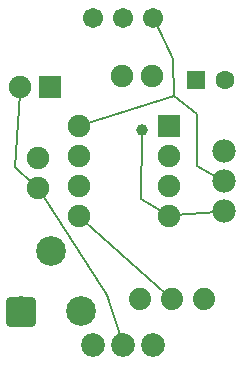
<source format=gbl>
G04 MADE WITH FRITZING*
G04 WWW.FRITZING.ORG*
G04 DOUBLE SIDED*
G04 HOLES PLATED*
G04 CONTOUR ON CENTER OF CONTOUR VECTOR*
%ASAXBY*%
%FSLAX23Y23*%
%MOIN*%
%OFA0B0*%
%SFA1.0B1.0*%
%ADD10C,0.075000*%
%ADD11C,0.099000*%
%ADD12C,0.062992*%
%ADD13C,0.074000*%
%ADD14C,0.067559*%
%ADD15C,0.079370*%
%ADD16C,0.078000*%
%ADD17C,0.039370*%
%ADD18R,0.075000X0.075000*%
%ADD19R,0.062992X0.062992*%
%ADD20C,0.008000*%
%ADD21C,0.029000*%
%LNCOPPER0*%
G90*
G70*
G54D10*
X552Y860D03*
X252Y860D03*
X552Y760D03*
X252Y760D03*
X552Y660D03*
X252Y660D03*
X552Y560D03*
X252Y560D03*
X552Y860D03*
X252Y860D03*
X552Y760D03*
X252Y760D03*
X552Y660D03*
X252Y660D03*
X552Y560D03*
X252Y560D03*
G54D11*
X259Y242D03*
X59Y242D03*
X159Y442D03*
G54D10*
X118Y651D03*
X118Y751D03*
X118Y651D03*
X118Y751D03*
X496Y1026D03*
X396Y1026D03*
X496Y1026D03*
X396Y1026D03*
X158Y990D03*
X58Y990D03*
X158Y990D03*
X58Y990D03*
G54D12*
X642Y1013D03*
X740Y1013D03*
G54D13*
X670Y281D03*
X563Y281D03*
X456Y281D03*
G54D14*
X500Y1218D03*
X400Y1218D03*
X300Y1218D03*
G54D15*
X500Y128D03*
X400Y128D03*
X300Y128D03*
G54D16*
X738Y575D03*
X738Y775D03*
X738Y675D03*
G54D17*
X465Y846D03*
G54D18*
X552Y860D03*
X552Y860D03*
X158Y990D03*
X158Y990D03*
G54D19*
X642Y1013D03*
G54D20*
X56Y967D02*
X39Y723D01*
D02*
X39Y723D02*
X101Y667D01*
D02*
X393Y152D02*
X347Y296D01*
D02*
X347Y296D02*
X131Y632D01*
D02*
X544Y298D02*
X269Y544D01*
D02*
X274Y867D02*
X571Y958D01*
D02*
X571Y958D02*
X646Y900D01*
D02*
X646Y900D02*
X646Y726D01*
D02*
X646Y726D02*
X716Y687D01*
D02*
X568Y1084D02*
X571Y958D01*
D02*
X509Y1201D02*
X568Y1084D01*
D02*
X574Y562D02*
X713Y573D01*
D02*
X465Y833D02*
X461Y616D01*
D02*
X461Y616D02*
X532Y572D01*
G54D21*
X24Y277D02*
X94Y277D01*
X94Y207D01*
X24Y207D01*
X24Y277D01*
D02*
G04 End of Copper0*
M02*
</source>
